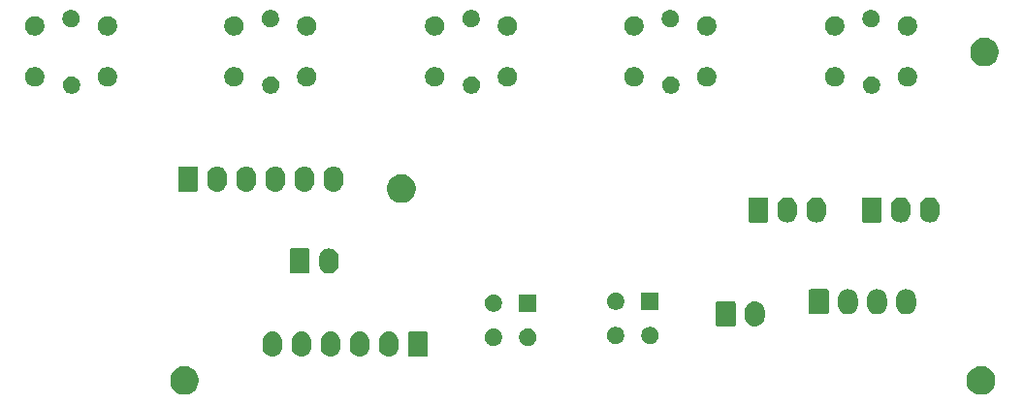
<source format=gbr>
G04 #@! TF.GenerationSoftware,KiCad,Pcbnew,(5.1.6)-1*
G04 #@! TF.CreationDate,2020-11-25T13:13:22+11:00*
G04 #@! TF.ProjectId,RWR_Control_Panel,5257525f-436f-46e7-9472-6f6c5f50616e,-*
G04 #@! TF.SameCoordinates,Original*
G04 #@! TF.FileFunction,Soldermask,Bot*
G04 #@! TF.FilePolarity,Negative*
%FSLAX46Y46*%
G04 Gerber Fmt 4.6, Leading zero omitted, Abs format (unit mm)*
G04 Created by KiCad (PCBNEW (5.1.6)-1) date 2020-11-25 13:13:22*
%MOMM*%
%LPD*%
G01*
G04 APERTURE LIST*
%ADD10C,0.100000*%
G04 APERTURE END LIST*
D10*
G36*
X122316610Y-118718036D02*
G01*
X122544095Y-118812264D01*
X122544097Y-118812265D01*
X122748828Y-118949062D01*
X122922938Y-119123172D01*
X123059736Y-119327905D01*
X123153964Y-119555390D01*
X123202000Y-119796884D01*
X123202000Y-120043116D01*
X123153964Y-120284610D01*
X123059736Y-120512095D01*
X123059735Y-120512097D01*
X122922938Y-120716828D01*
X122748828Y-120890938D01*
X122544097Y-121027735D01*
X122544096Y-121027736D01*
X122544095Y-121027736D01*
X122316610Y-121121964D01*
X122075116Y-121170000D01*
X121828884Y-121170000D01*
X121587390Y-121121964D01*
X121359905Y-121027736D01*
X121359904Y-121027736D01*
X121359903Y-121027735D01*
X121155172Y-120890938D01*
X120981062Y-120716828D01*
X120844265Y-120512097D01*
X120844264Y-120512095D01*
X120750036Y-120284610D01*
X120702000Y-120043116D01*
X120702000Y-119796884D01*
X120750036Y-119555390D01*
X120844264Y-119327905D01*
X120981062Y-119123172D01*
X121155172Y-118949062D01*
X121359903Y-118812265D01*
X121359905Y-118812264D01*
X121587390Y-118718036D01*
X121828884Y-118670000D01*
X122075116Y-118670000D01*
X122316610Y-118718036D01*
G37*
G36*
X191848610Y-118718036D02*
G01*
X192076095Y-118812264D01*
X192076097Y-118812265D01*
X192280828Y-118949062D01*
X192454938Y-119123172D01*
X192591736Y-119327905D01*
X192685964Y-119555390D01*
X192734000Y-119796884D01*
X192734000Y-120043116D01*
X192685964Y-120284610D01*
X192591736Y-120512095D01*
X192591735Y-120512097D01*
X192454938Y-120716828D01*
X192280828Y-120890938D01*
X192076097Y-121027735D01*
X192076096Y-121027736D01*
X192076095Y-121027736D01*
X191848610Y-121121964D01*
X191607116Y-121170000D01*
X191360884Y-121170000D01*
X191119390Y-121121964D01*
X190891905Y-121027736D01*
X190891904Y-121027736D01*
X190891903Y-121027735D01*
X190687172Y-120890938D01*
X190513062Y-120716828D01*
X190376265Y-120512097D01*
X190376264Y-120512095D01*
X190282036Y-120284610D01*
X190234000Y-120043116D01*
X190234000Y-119796884D01*
X190282036Y-119555390D01*
X190376264Y-119327905D01*
X190513062Y-119123172D01*
X190687172Y-118949062D01*
X190891903Y-118812265D01*
X190891905Y-118812264D01*
X191119390Y-118718036D01*
X191360884Y-118670000D01*
X191607116Y-118670000D01*
X191848610Y-118718036D01*
G37*
G36*
X129793548Y-115657588D02*
G01*
X129957548Y-115707337D01*
X130108683Y-115788121D01*
X130241160Y-115896840D01*
X130349879Y-116029317D01*
X130430663Y-116180452D01*
X130480412Y-116344453D01*
X130493000Y-116472263D01*
X130493000Y-117017738D01*
X130480412Y-117145548D01*
X130430663Y-117309548D01*
X130349879Y-117460683D01*
X130241160Y-117593160D01*
X130108683Y-117701879D01*
X129957547Y-117782663D01*
X129793547Y-117832412D01*
X129623000Y-117849209D01*
X129452452Y-117832412D01*
X129288452Y-117782663D01*
X129137317Y-117701879D01*
X129004840Y-117593160D01*
X128896121Y-117460683D01*
X128815337Y-117309547D01*
X128765588Y-117145547D01*
X128753000Y-117017737D01*
X128753000Y-116472262D01*
X128765588Y-116344452D01*
X128815336Y-116180454D01*
X128858518Y-116099668D01*
X128896122Y-116029316D01*
X128905870Y-116017437D01*
X129004841Y-115896840D01*
X129137318Y-115788121D01*
X129288453Y-115707337D01*
X129452453Y-115657588D01*
X129623000Y-115640791D01*
X129793548Y-115657588D01*
G37*
G36*
X132333548Y-115657588D02*
G01*
X132497548Y-115707337D01*
X132648683Y-115788121D01*
X132781160Y-115896840D01*
X132889879Y-116029317D01*
X132970663Y-116180452D01*
X133020412Y-116344453D01*
X133033000Y-116472263D01*
X133033000Y-117017738D01*
X133020412Y-117145548D01*
X132970663Y-117309548D01*
X132889879Y-117460683D01*
X132781160Y-117593160D01*
X132648683Y-117701879D01*
X132497547Y-117782663D01*
X132333547Y-117832412D01*
X132163000Y-117849209D01*
X131992452Y-117832412D01*
X131828452Y-117782663D01*
X131677317Y-117701879D01*
X131544840Y-117593160D01*
X131436121Y-117460683D01*
X131355337Y-117309547D01*
X131305588Y-117145547D01*
X131293000Y-117017737D01*
X131293000Y-116472262D01*
X131305588Y-116344452D01*
X131355336Y-116180454D01*
X131398518Y-116099668D01*
X131436122Y-116029316D01*
X131445870Y-116017437D01*
X131544841Y-115896840D01*
X131677318Y-115788121D01*
X131828453Y-115707337D01*
X131992453Y-115657588D01*
X132163000Y-115640791D01*
X132333548Y-115657588D01*
G37*
G36*
X137413548Y-115657588D02*
G01*
X137577548Y-115707337D01*
X137728683Y-115788121D01*
X137861160Y-115896840D01*
X137969879Y-116029317D01*
X138050663Y-116180452D01*
X138100412Y-116344453D01*
X138113000Y-116472263D01*
X138113000Y-117017738D01*
X138100412Y-117145548D01*
X138050663Y-117309548D01*
X137969879Y-117460683D01*
X137861160Y-117593160D01*
X137728683Y-117701879D01*
X137577547Y-117782663D01*
X137413547Y-117832412D01*
X137243000Y-117849209D01*
X137072452Y-117832412D01*
X136908452Y-117782663D01*
X136757317Y-117701879D01*
X136624840Y-117593160D01*
X136516121Y-117460683D01*
X136435337Y-117309547D01*
X136385588Y-117145547D01*
X136373000Y-117017737D01*
X136373000Y-116472262D01*
X136385588Y-116344452D01*
X136435336Y-116180454D01*
X136478518Y-116099668D01*
X136516122Y-116029316D01*
X136525870Y-116017437D01*
X136624841Y-115896840D01*
X136757318Y-115788121D01*
X136908453Y-115707337D01*
X137072453Y-115657588D01*
X137243000Y-115640791D01*
X137413548Y-115657588D01*
G37*
G36*
X139953548Y-115657588D02*
G01*
X140117548Y-115707337D01*
X140268683Y-115788121D01*
X140401160Y-115896840D01*
X140509879Y-116029317D01*
X140590663Y-116180452D01*
X140640412Y-116344453D01*
X140653000Y-116472263D01*
X140653000Y-117017738D01*
X140640412Y-117145548D01*
X140590663Y-117309548D01*
X140509879Y-117460683D01*
X140401160Y-117593160D01*
X140268683Y-117701879D01*
X140117547Y-117782663D01*
X139953547Y-117832412D01*
X139783000Y-117849209D01*
X139612452Y-117832412D01*
X139448452Y-117782663D01*
X139297317Y-117701879D01*
X139164840Y-117593160D01*
X139056121Y-117460683D01*
X138975337Y-117309547D01*
X138925588Y-117145547D01*
X138913000Y-117017737D01*
X138913000Y-116472262D01*
X138925588Y-116344452D01*
X138975336Y-116180454D01*
X139018518Y-116099668D01*
X139056122Y-116029316D01*
X139065870Y-116017437D01*
X139164841Y-115896840D01*
X139297318Y-115788121D01*
X139448453Y-115707337D01*
X139612453Y-115657588D01*
X139783000Y-115640791D01*
X139953548Y-115657588D01*
G37*
G36*
X134873548Y-115657588D02*
G01*
X135037548Y-115707337D01*
X135188683Y-115788121D01*
X135321160Y-115896840D01*
X135429879Y-116029317D01*
X135510663Y-116180452D01*
X135560412Y-116344453D01*
X135573000Y-116472263D01*
X135573000Y-117017738D01*
X135560412Y-117145548D01*
X135510663Y-117309548D01*
X135429879Y-117460683D01*
X135321160Y-117593160D01*
X135188683Y-117701879D01*
X135037547Y-117782663D01*
X134873547Y-117832412D01*
X134703000Y-117849209D01*
X134532452Y-117832412D01*
X134368452Y-117782663D01*
X134217317Y-117701879D01*
X134084840Y-117593160D01*
X133976121Y-117460683D01*
X133895337Y-117309547D01*
X133845588Y-117145547D01*
X133833000Y-117017737D01*
X133833000Y-116472262D01*
X133845588Y-116344452D01*
X133895336Y-116180454D01*
X133938518Y-116099668D01*
X133976122Y-116029316D01*
X133985870Y-116017437D01*
X134084841Y-115896840D01*
X134217318Y-115788121D01*
X134368453Y-115707337D01*
X134532453Y-115657588D01*
X134703000Y-115640791D01*
X134873548Y-115657588D01*
G37*
G36*
X143063355Y-115648685D02*
G01*
X143093434Y-115657809D01*
X143121146Y-115672622D01*
X143145441Y-115692559D01*
X143165378Y-115716854D01*
X143180191Y-115744566D01*
X143189315Y-115774645D01*
X143193000Y-115812059D01*
X143193000Y-117677941D01*
X143189315Y-117715355D01*
X143180191Y-117745434D01*
X143165378Y-117773146D01*
X143145441Y-117797441D01*
X143121146Y-117817378D01*
X143093434Y-117832191D01*
X143063355Y-117841315D01*
X143025941Y-117845000D01*
X141620059Y-117845000D01*
X141582645Y-117841315D01*
X141552566Y-117832191D01*
X141524854Y-117817378D01*
X141500559Y-117797441D01*
X141480622Y-117773146D01*
X141465809Y-117745434D01*
X141456685Y-117715355D01*
X141453000Y-117677941D01*
X141453000Y-115812059D01*
X141456685Y-115774645D01*
X141465809Y-115744566D01*
X141480622Y-115716854D01*
X141500559Y-115692559D01*
X141524854Y-115672622D01*
X141552566Y-115657809D01*
X141582645Y-115648685D01*
X141620059Y-115645000D01*
X143025941Y-115645000D01*
X143063355Y-115648685D01*
G37*
G36*
X149145684Y-115407205D02*
G01*
X149283997Y-115464496D01*
X149408470Y-115547666D01*
X149514334Y-115653530D01*
X149597504Y-115778003D01*
X149654795Y-115916316D01*
X149684001Y-116063144D01*
X149684001Y-116212854D01*
X149654795Y-116359682D01*
X149597504Y-116497995D01*
X149514334Y-116622468D01*
X149408470Y-116728332D01*
X149283997Y-116811502D01*
X149145684Y-116868793D01*
X148998856Y-116897999D01*
X148849146Y-116897999D01*
X148702318Y-116868793D01*
X148564005Y-116811502D01*
X148439532Y-116728332D01*
X148333668Y-116622468D01*
X148250498Y-116497995D01*
X148193207Y-116359682D01*
X148164001Y-116212854D01*
X148164001Y-116063144D01*
X148193207Y-115916316D01*
X148250498Y-115778003D01*
X148333668Y-115653530D01*
X148439532Y-115547666D01*
X148564005Y-115464496D01*
X148702318Y-115407205D01*
X148849146Y-115377999D01*
X148998856Y-115377999D01*
X149145684Y-115407205D01*
G37*
G36*
X152145683Y-115407205D02*
G01*
X152283996Y-115464496D01*
X152408469Y-115547666D01*
X152514333Y-115653530D01*
X152597503Y-115778003D01*
X152654794Y-115916316D01*
X152684000Y-116063144D01*
X152684000Y-116212854D01*
X152654794Y-116359682D01*
X152597503Y-116497995D01*
X152514333Y-116622468D01*
X152408469Y-116728332D01*
X152283996Y-116811502D01*
X152145683Y-116868793D01*
X151998855Y-116897999D01*
X151849145Y-116897999D01*
X151702317Y-116868793D01*
X151564004Y-116811502D01*
X151439531Y-116728332D01*
X151333667Y-116622468D01*
X151250497Y-116497995D01*
X151193206Y-116359682D01*
X151164000Y-116212854D01*
X151164000Y-116063144D01*
X151193206Y-115916316D01*
X151250497Y-115778003D01*
X151333667Y-115653530D01*
X151439531Y-115547666D01*
X151564004Y-115464496D01*
X151702317Y-115407205D01*
X151849145Y-115377999D01*
X151998855Y-115377999D01*
X152145683Y-115407205D01*
G37*
G36*
X159813684Y-115255205D02*
G01*
X159951997Y-115312496D01*
X160076470Y-115395666D01*
X160182334Y-115501530D01*
X160265504Y-115626003D01*
X160322795Y-115764316D01*
X160352001Y-115911144D01*
X160352001Y-116060854D01*
X160322795Y-116207682D01*
X160265504Y-116345995D01*
X160182334Y-116470468D01*
X160076470Y-116576332D01*
X159951997Y-116659502D01*
X159813684Y-116716793D01*
X159666856Y-116745999D01*
X159517146Y-116745999D01*
X159370318Y-116716793D01*
X159232005Y-116659502D01*
X159107532Y-116576332D01*
X159001668Y-116470468D01*
X158918498Y-116345995D01*
X158861207Y-116207682D01*
X158832001Y-116060854D01*
X158832001Y-115911144D01*
X158861207Y-115764316D01*
X158918498Y-115626003D01*
X159001668Y-115501530D01*
X159107532Y-115395666D01*
X159232005Y-115312496D01*
X159370318Y-115255205D01*
X159517146Y-115225999D01*
X159666856Y-115225999D01*
X159813684Y-115255205D01*
G37*
G36*
X162813683Y-115255205D02*
G01*
X162951996Y-115312496D01*
X163076469Y-115395666D01*
X163182333Y-115501530D01*
X163265503Y-115626003D01*
X163322794Y-115764316D01*
X163352000Y-115911144D01*
X163352000Y-116060854D01*
X163322794Y-116207682D01*
X163265503Y-116345995D01*
X163182333Y-116470468D01*
X163076469Y-116576332D01*
X162951996Y-116659502D01*
X162813683Y-116716793D01*
X162666855Y-116745999D01*
X162517145Y-116745999D01*
X162370317Y-116716793D01*
X162232004Y-116659502D01*
X162107531Y-116576332D01*
X162001667Y-116470468D01*
X161918497Y-116345995D01*
X161861206Y-116207682D01*
X161832000Y-116060854D01*
X161832000Y-115911144D01*
X161861206Y-115764316D01*
X161918497Y-115626003D01*
X162001667Y-115501530D01*
X162107531Y-115395666D01*
X162232004Y-115312496D01*
X162370317Y-115255205D01*
X162517145Y-115225999D01*
X162666855Y-115225999D01*
X162813683Y-115255205D01*
G37*
G36*
X171906547Y-113015588D02*
G01*
X172070547Y-113065337D01*
X172221683Y-113146121D01*
X172354160Y-113254840D01*
X172462879Y-113387317D01*
X172543663Y-113538452D01*
X172593412Y-113702452D01*
X172606000Y-113830262D01*
X172606000Y-114375737D01*
X172593412Y-114503547D01*
X172543663Y-114667548D01*
X172462879Y-114818683D01*
X172354160Y-114951160D01*
X172221683Y-115059879D01*
X172070548Y-115140663D01*
X171906548Y-115190412D01*
X171736000Y-115207209D01*
X171565453Y-115190412D01*
X171401453Y-115140663D01*
X171250318Y-115059879D01*
X171117841Y-114951160D01*
X171009123Y-114818685D01*
X171009122Y-114818683D01*
X170971518Y-114748332D01*
X170928336Y-114667546D01*
X170878588Y-114503548D01*
X170866000Y-114375738D01*
X170866000Y-113830263D01*
X170878588Y-113702453D01*
X170928337Y-113538453D01*
X171009121Y-113387317D01*
X171117840Y-113254840D01*
X171250317Y-113146121D01*
X171401452Y-113065337D01*
X171565452Y-113015588D01*
X171736000Y-112998791D01*
X171906547Y-113015588D01*
G37*
G36*
X169936355Y-113006685D02*
G01*
X169966434Y-113015809D01*
X169994146Y-113030622D01*
X170018441Y-113050559D01*
X170038378Y-113074854D01*
X170053191Y-113102566D01*
X170062315Y-113132645D01*
X170066000Y-113170059D01*
X170066000Y-115035941D01*
X170062315Y-115073355D01*
X170053191Y-115103434D01*
X170038378Y-115131146D01*
X170018441Y-115155441D01*
X169994146Y-115175378D01*
X169966434Y-115190191D01*
X169936355Y-115199315D01*
X169898941Y-115203000D01*
X168493059Y-115203000D01*
X168455645Y-115199315D01*
X168425566Y-115190191D01*
X168397854Y-115175378D01*
X168373559Y-115155441D01*
X168353622Y-115131146D01*
X168338809Y-115103434D01*
X168329685Y-115073355D01*
X168326000Y-115035941D01*
X168326000Y-113170059D01*
X168329685Y-113132645D01*
X168338809Y-113102566D01*
X168353622Y-113074854D01*
X168373559Y-113050559D01*
X168397854Y-113030622D01*
X168425566Y-113015809D01*
X168455645Y-113006685D01*
X168493059Y-113003000D01*
X169898941Y-113003000D01*
X169936355Y-113006685D01*
G37*
G36*
X185114547Y-111948588D02*
G01*
X185278547Y-111998337D01*
X185429683Y-112079121D01*
X185562160Y-112187840D01*
X185670879Y-112320317D01*
X185751663Y-112471452D01*
X185801412Y-112635452D01*
X185814000Y-112763262D01*
X185814000Y-113308737D01*
X185801412Y-113436547D01*
X185751663Y-113600548D01*
X185670879Y-113751683D01*
X185562160Y-113884160D01*
X185429683Y-113992879D01*
X185278548Y-114073663D01*
X185114548Y-114123412D01*
X184944000Y-114140209D01*
X184773453Y-114123412D01*
X184609453Y-114073663D01*
X184458318Y-113992879D01*
X184325841Y-113884160D01*
X184217123Y-113751685D01*
X184217122Y-113751683D01*
X184148056Y-113622472D01*
X184136336Y-113600546D01*
X184086588Y-113436548D01*
X184074000Y-113308738D01*
X184074000Y-112763263D01*
X184086588Y-112635453D01*
X184136337Y-112471453D01*
X184217121Y-112320317D01*
X184325840Y-112187840D01*
X184458317Y-112079121D01*
X184609452Y-111998337D01*
X184773452Y-111948588D01*
X184944000Y-111931791D01*
X185114547Y-111948588D01*
G37*
G36*
X182574547Y-111948588D02*
G01*
X182738547Y-111998337D01*
X182889683Y-112079121D01*
X183022160Y-112187840D01*
X183130879Y-112320317D01*
X183211663Y-112471452D01*
X183261412Y-112635452D01*
X183274000Y-112763262D01*
X183274000Y-113308737D01*
X183261412Y-113436547D01*
X183211663Y-113600548D01*
X183130879Y-113751683D01*
X183022160Y-113884160D01*
X182889683Y-113992879D01*
X182738548Y-114073663D01*
X182574548Y-114123412D01*
X182404000Y-114140209D01*
X182233453Y-114123412D01*
X182069453Y-114073663D01*
X181918318Y-113992879D01*
X181785841Y-113884160D01*
X181677123Y-113751685D01*
X181677122Y-113751683D01*
X181608056Y-113622472D01*
X181596336Y-113600546D01*
X181546588Y-113436548D01*
X181534000Y-113308738D01*
X181534000Y-112763263D01*
X181546588Y-112635453D01*
X181596337Y-112471453D01*
X181677121Y-112320317D01*
X181785840Y-112187840D01*
X181918317Y-112079121D01*
X182069452Y-111998337D01*
X182233452Y-111948588D01*
X182404000Y-111931791D01*
X182574547Y-111948588D01*
G37*
G36*
X180034547Y-111948588D02*
G01*
X180198547Y-111998337D01*
X180349683Y-112079121D01*
X180482160Y-112187840D01*
X180590879Y-112320317D01*
X180671663Y-112471452D01*
X180721412Y-112635452D01*
X180734000Y-112763262D01*
X180734000Y-113308737D01*
X180721412Y-113436547D01*
X180671663Y-113600548D01*
X180590879Y-113751683D01*
X180482160Y-113884160D01*
X180349683Y-113992879D01*
X180198548Y-114073663D01*
X180034548Y-114123412D01*
X179864000Y-114140209D01*
X179693453Y-114123412D01*
X179529453Y-114073663D01*
X179378318Y-113992879D01*
X179245841Y-113884160D01*
X179137123Y-113751685D01*
X179137122Y-113751683D01*
X179068056Y-113622472D01*
X179056336Y-113600546D01*
X179006588Y-113436548D01*
X178994000Y-113308738D01*
X178994000Y-112763263D01*
X179006588Y-112635453D01*
X179056337Y-112471453D01*
X179137121Y-112320317D01*
X179245840Y-112187840D01*
X179378317Y-112079121D01*
X179529452Y-111998337D01*
X179693452Y-111948588D01*
X179864000Y-111931791D01*
X180034547Y-111948588D01*
G37*
G36*
X178064355Y-111939685D02*
G01*
X178094434Y-111948809D01*
X178122146Y-111963622D01*
X178146441Y-111983559D01*
X178166378Y-112007854D01*
X178181191Y-112035566D01*
X178190315Y-112065645D01*
X178194000Y-112103059D01*
X178194000Y-113968941D01*
X178190315Y-114006355D01*
X178181191Y-114036434D01*
X178166378Y-114064146D01*
X178146441Y-114088441D01*
X178122146Y-114108378D01*
X178094434Y-114123191D01*
X178064355Y-114132315D01*
X178026941Y-114136000D01*
X176621059Y-114136000D01*
X176583645Y-114132315D01*
X176553566Y-114123191D01*
X176525854Y-114108378D01*
X176501559Y-114088441D01*
X176481622Y-114064146D01*
X176466809Y-114036434D01*
X176457685Y-114006355D01*
X176454000Y-113968941D01*
X176454000Y-112103059D01*
X176457685Y-112065645D01*
X176466809Y-112035566D01*
X176481622Y-112007854D01*
X176501559Y-111983559D01*
X176525854Y-111963622D01*
X176553566Y-111948809D01*
X176583645Y-111939685D01*
X176621059Y-111936000D01*
X178026941Y-111936000D01*
X178064355Y-111939685D01*
G37*
G36*
X152684000Y-113898000D02*
G01*
X151164000Y-113898000D01*
X151164000Y-112378000D01*
X152684000Y-112378000D01*
X152684000Y-113898000D01*
G37*
G36*
X149145684Y-112407206D02*
G01*
X149283997Y-112464497D01*
X149408470Y-112547667D01*
X149514334Y-112653531D01*
X149597504Y-112778004D01*
X149654795Y-112916317D01*
X149684001Y-113063145D01*
X149684001Y-113212855D01*
X149654795Y-113359683D01*
X149597504Y-113497996D01*
X149514334Y-113622469D01*
X149408470Y-113728333D01*
X149283997Y-113811503D01*
X149145684Y-113868794D01*
X148998856Y-113898000D01*
X148849146Y-113898000D01*
X148702318Y-113868794D01*
X148564005Y-113811503D01*
X148439532Y-113728333D01*
X148333668Y-113622469D01*
X148250498Y-113497996D01*
X148193207Y-113359683D01*
X148164001Y-113212855D01*
X148164001Y-113063145D01*
X148193207Y-112916317D01*
X148250498Y-112778004D01*
X148333668Y-112653531D01*
X148439532Y-112547667D01*
X148564005Y-112464497D01*
X148702318Y-112407206D01*
X148849146Y-112378000D01*
X148998856Y-112378000D01*
X149145684Y-112407206D01*
G37*
G36*
X159813684Y-112255206D02*
G01*
X159951997Y-112312497D01*
X160076470Y-112395667D01*
X160182334Y-112501531D01*
X160265504Y-112626004D01*
X160322795Y-112764317D01*
X160352001Y-112911145D01*
X160352001Y-113060855D01*
X160322795Y-113207683D01*
X160265504Y-113345996D01*
X160182334Y-113470469D01*
X160076470Y-113576333D01*
X159951997Y-113659503D01*
X159813684Y-113716794D01*
X159666856Y-113746000D01*
X159517146Y-113746000D01*
X159370318Y-113716794D01*
X159232005Y-113659503D01*
X159107532Y-113576333D01*
X159001668Y-113470469D01*
X158918498Y-113345996D01*
X158861207Y-113207683D01*
X158832001Y-113060855D01*
X158832001Y-112911145D01*
X158861207Y-112764317D01*
X158918498Y-112626004D01*
X159001668Y-112501531D01*
X159107532Y-112395667D01*
X159232005Y-112312497D01*
X159370318Y-112255206D01*
X159517146Y-112226000D01*
X159666856Y-112226000D01*
X159813684Y-112255206D01*
G37*
G36*
X163352000Y-113746000D02*
G01*
X161832000Y-113746000D01*
X161832000Y-112226000D01*
X163352000Y-112226000D01*
X163352000Y-113746000D01*
G37*
G36*
X134720547Y-108392588D02*
G01*
X134884547Y-108442337D01*
X135035683Y-108523121D01*
X135168160Y-108631840D01*
X135276879Y-108764317D01*
X135357663Y-108915452D01*
X135407412Y-109079452D01*
X135420000Y-109207262D01*
X135420000Y-109752737D01*
X135407412Y-109880547D01*
X135357663Y-110044548D01*
X135276879Y-110195683D01*
X135168160Y-110328160D01*
X135035683Y-110436879D01*
X134884548Y-110517663D01*
X134720548Y-110567412D01*
X134550000Y-110584209D01*
X134379453Y-110567412D01*
X134215453Y-110517663D01*
X134064318Y-110436879D01*
X133931841Y-110328160D01*
X133823123Y-110195685D01*
X133823122Y-110195683D01*
X133785518Y-110125332D01*
X133742336Y-110044546D01*
X133692588Y-109880548D01*
X133680000Y-109752738D01*
X133680000Y-109207263D01*
X133692588Y-109079453D01*
X133742337Y-108915453D01*
X133823121Y-108764317D01*
X133931840Y-108631840D01*
X134064317Y-108523121D01*
X134215452Y-108442337D01*
X134379452Y-108392588D01*
X134550000Y-108375791D01*
X134720547Y-108392588D01*
G37*
G36*
X132750355Y-108383685D02*
G01*
X132780434Y-108392809D01*
X132808146Y-108407622D01*
X132832441Y-108427559D01*
X132852378Y-108451854D01*
X132867191Y-108479566D01*
X132876315Y-108509645D01*
X132880000Y-108547059D01*
X132880000Y-110412941D01*
X132876315Y-110450355D01*
X132867191Y-110480434D01*
X132852378Y-110508146D01*
X132832441Y-110532441D01*
X132808146Y-110552378D01*
X132780434Y-110567191D01*
X132750355Y-110576315D01*
X132712941Y-110580000D01*
X131307059Y-110580000D01*
X131269645Y-110576315D01*
X131239566Y-110567191D01*
X131211854Y-110552378D01*
X131187559Y-110532441D01*
X131167622Y-110508146D01*
X131152809Y-110480434D01*
X131143685Y-110450355D01*
X131140000Y-110412941D01*
X131140000Y-108547059D01*
X131143685Y-108509645D01*
X131152809Y-108479566D01*
X131167622Y-108451854D01*
X131187559Y-108427559D01*
X131211854Y-108407622D01*
X131239566Y-108392809D01*
X131269645Y-108383685D01*
X131307059Y-108380000D01*
X132712941Y-108380000D01*
X132750355Y-108383685D01*
G37*
G36*
X174751547Y-103922588D02*
G01*
X174915547Y-103972337D01*
X175066683Y-104053121D01*
X175199160Y-104161840D01*
X175307879Y-104294317D01*
X175388663Y-104445452D01*
X175438412Y-104609452D01*
X175451000Y-104737262D01*
X175451000Y-105282737D01*
X175438412Y-105410547D01*
X175388663Y-105574548D01*
X175307879Y-105725683D01*
X175199160Y-105858160D01*
X175066683Y-105966879D01*
X174915548Y-106047663D01*
X174751548Y-106097412D01*
X174581000Y-106114209D01*
X174410453Y-106097412D01*
X174246453Y-106047663D01*
X174095318Y-105966879D01*
X173962841Y-105858160D01*
X173854123Y-105725685D01*
X173854122Y-105725683D01*
X173816518Y-105655332D01*
X173773336Y-105574546D01*
X173723588Y-105410548D01*
X173711000Y-105282738D01*
X173711000Y-104737263D01*
X173723588Y-104609453D01*
X173773337Y-104445453D01*
X173854121Y-104294317D01*
X173962840Y-104161840D01*
X174095317Y-104053121D01*
X174246452Y-103972337D01*
X174410452Y-103922588D01*
X174581000Y-103905791D01*
X174751547Y-103922588D01*
G37*
G36*
X177291547Y-103922588D02*
G01*
X177455547Y-103972337D01*
X177606683Y-104053121D01*
X177739160Y-104161840D01*
X177847879Y-104294317D01*
X177928663Y-104445452D01*
X177978412Y-104609452D01*
X177991000Y-104737262D01*
X177991000Y-105282737D01*
X177978412Y-105410547D01*
X177928663Y-105574548D01*
X177847879Y-105725683D01*
X177739160Y-105858160D01*
X177606683Y-105966879D01*
X177455548Y-106047663D01*
X177291548Y-106097412D01*
X177121000Y-106114209D01*
X176950453Y-106097412D01*
X176786453Y-106047663D01*
X176635318Y-105966879D01*
X176502841Y-105858160D01*
X176394123Y-105725685D01*
X176394122Y-105725683D01*
X176356518Y-105655332D01*
X176313336Y-105574546D01*
X176263588Y-105410548D01*
X176251000Y-105282738D01*
X176251000Y-104737263D01*
X176263588Y-104609453D01*
X176313337Y-104445453D01*
X176394121Y-104294317D01*
X176502840Y-104161840D01*
X176635317Y-104053121D01*
X176786452Y-103972337D01*
X176950452Y-103922588D01*
X177121000Y-103905791D01*
X177291547Y-103922588D01*
G37*
G36*
X184657547Y-103922588D02*
G01*
X184821547Y-103972337D01*
X184972683Y-104053121D01*
X185105160Y-104161840D01*
X185213879Y-104294317D01*
X185294663Y-104445452D01*
X185344412Y-104609452D01*
X185357000Y-104737262D01*
X185357000Y-105282737D01*
X185344412Y-105410547D01*
X185294663Y-105574548D01*
X185213879Y-105725683D01*
X185105160Y-105858160D01*
X184972683Y-105966879D01*
X184821548Y-106047663D01*
X184657548Y-106097412D01*
X184487000Y-106114209D01*
X184316453Y-106097412D01*
X184152453Y-106047663D01*
X184001318Y-105966879D01*
X183868841Y-105858160D01*
X183760123Y-105725685D01*
X183760122Y-105725683D01*
X183722518Y-105655332D01*
X183679336Y-105574546D01*
X183629588Y-105410548D01*
X183617000Y-105282738D01*
X183617000Y-104737263D01*
X183629588Y-104609453D01*
X183679337Y-104445453D01*
X183760121Y-104294317D01*
X183868840Y-104161840D01*
X184001317Y-104053121D01*
X184152452Y-103972337D01*
X184316452Y-103922588D01*
X184487000Y-103905791D01*
X184657547Y-103922588D01*
G37*
G36*
X187197547Y-103922588D02*
G01*
X187361547Y-103972337D01*
X187512683Y-104053121D01*
X187645160Y-104161840D01*
X187753879Y-104294317D01*
X187834663Y-104445452D01*
X187884412Y-104609452D01*
X187897000Y-104737262D01*
X187897000Y-105282737D01*
X187884412Y-105410547D01*
X187834663Y-105574548D01*
X187753879Y-105725683D01*
X187645160Y-105858160D01*
X187512683Y-105966879D01*
X187361548Y-106047663D01*
X187197548Y-106097412D01*
X187027000Y-106114209D01*
X186856453Y-106097412D01*
X186692453Y-106047663D01*
X186541318Y-105966879D01*
X186408841Y-105858160D01*
X186300123Y-105725685D01*
X186300122Y-105725683D01*
X186262518Y-105655332D01*
X186219336Y-105574546D01*
X186169588Y-105410548D01*
X186157000Y-105282738D01*
X186157000Y-104737263D01*
X186169588Y-104609453D01*
X186219337Y-104445453D01*
X186300121Y-104294317D01*
X186408840Y-104161840D01*
X186541317Y-104053121D01*
X186692452Y-103972337D01*
X186856452Y-103922588D01*
X187027000Y-103905791D01*
X187197547Y-103922588D01*
G37*
G36*
X172781355Y-103913685D02*
G01*
X172811434Y-103922809D01*
X172839146Y-103937622D01*
X172863441Y-103957559D01*
X172883378Y-103981854D01*
X172898191Y-104009566D01*
X172907315Y-104039645D01*
X172911000Y-104077059D01*
X172911000Y-105942941D01*
X172907315Y-105980355D01*
X172898191Y-106010434D01*
X172883378Y-106038146D01*
X172863441Y-106062441D01*
X172839146Y-106082378D01*
X172811434Y-106097191D01*
X172781355Y-106106315D01*
X172743941Y-106110000D01*
X171338059Y-106110000D01*
X171300645Y-106106315D01*
X171270566Y-106097191D01*
X171242854Y-106082378D01*
X171218559Y-106062441D01*
X171198622Y-106038146D01*
X171183809Y-106010434D01*
X171174685Y-105980355D01*
X171171000Y-105942941D01*
X171171000Y-104077059D01*
X171174685Y-104039645D01*
X171183809Y-104009566D01*
X171198622Y-103981854D01*
X171218559Y-103957559D01*
X171242854Y-103937622D01*
X171270566Y-103922809D01*
X171300645Y-103913685D01*
X171338059Y-103910000D01*
X172743941Y-103910000D01*
X172781355Y-103913685D01*
G37*
G36*
X182687355Y-103913685D02*
G01*
X182717434Y-103922809D01*
X182745146Y-103937622D01*
X182769441Y-103957559D01*
X182789378Y-103981854D01*
X182804191Y-104009566D01*
X182813315Y-104039645D01*
X182817000Y-104077059D01*
X182817000Y-105942941D01*
X182813315Y-105980355D01*
X182804191Y-106010434D01*
X182789378Y-106038146D01*
X182769441Y-106062441D01*
X182745146Y-106082378D01*
X182717434Y-106097191D01*
X182687355Y-106106315D01*
X182649941Y-106110000D01*
X181244059Y-106110000D01*
X181206645Y-106106315D01*
X181176566Y-106097191D01*
X181148854Y-106082378D01*
X181124559Y-106062441D01*
X181104622Y-106038146D01*
X181089809Y-106010434D01*
X181080685Y-105980355D01*
X181077000Y-105942941D01*
X181077000Y-104077059D01*
X181080685Y-104039645D01*
X181089809Y-104009566D01*
X181104622Y-103981854D01*
X181124559Y-103957559D01*
X181148854Y-103937622D01*
X181176566Y-103922809D01*
X181206645Y-103913685D01*
X181244059Y-103910000D01*
X182649941Y-103910000D01*
X182687355Y-103913685D01*
G37*
G36*
X141239610Y-101954036D02*
G01*
X141467095Y-102048264D01*
X141467097Y-102048265D01*
X141671828Y-102185062D01*
X141845938Y-102359172D01*
X141982736Y-102563905D01*
X142076964Y-102791390D01*
X142125000Y-103032884D01*
X142125000Y-103279116D01*
X142076964Y-103520610D01*
X141982736Y-103748095D01*
X141982735Y-103748097D01*
X141845938Y-103952828D01*
X141671828Y-104126938D01*
X141467097Y-104263735D01*
X141467096Y-104263736D01*
X141467095Y-104263736D01*
X141239610Y-104357964D01*
X140998116Y-104406000D01*
X140751884Y-104406000D01*
X140510390Y-104357964D01*
X140282905Y-104263736D01*
X140282904Y-104263736D01*
X140282903Y-104263735D01*
X140078172Y-104126938D01*
X139904062Y-103952828D01*
X139767265Y-103748097D01*
X139767264Y-103748095D01*
X139673036Y-103520610D01*
X139625000Y-103279116D01*
X139625000Y-103032884D01*
X139673036Y-102791390D01*
X139767264Y-102563905D01*
X139904062Y-102359172D01*
X140078172Y-102185062D01*
X140282903Y-102048265D01*
X140282905Y-102048264D01*
X140510390Y-101954036D01*
X140751884Y-101906000D01*
X140998116Y-101906000D01*
X141239610Y-101954036D01*
G37*
G36*
X124967547Y-101230588D02*
G01*
X125131547Y-101280337D01*
X125282683Y-101361121D01*
X125415160Y-101469840D01*
X125523879Y-101602317D01*
X125604663Y-101753452D01*
X125654412Y-101917452D01*
X125667000Y-102045262D01*
X125667000Y-102590737D01*
X125654412Y-102718547D01*
X125604663Y-102882548D01*
X125523879Y-103033683D01*
X125415160Y-103166160D01*
X125282683Y-103274879D01*
X125131548Y-103355663D01*
X124967548Y-103405412D01*
X124797000Y-103422209D01*
X124626453Y-103405412D01*
X124462453Y-103355663D01*
X124311318Y-103274879D01*
X124178841Y-103166160D01*
X124070123Y-103033685D01*
X124070122Y-103033683D01*
X124032518Y-102963332D01*
X123989336Y-102882546D01*
X123939588Y-102718548D01*
X123927000Y-102590738D01*
X123927000Y-102045263D01*
X123939588Y-101917453D01*
X123989337Y-101753453D01*
X124070121Y-101602317D01*
X124178840Y-101469840D01*
X124311317Y-101361121D01*
X124462452Y-101280337D01*
X124626452Y-101230588D01*
X124797000Y-101213791D01*
X124967547Y-101230588D01*
G37*
G36*
X127507547Y-101230588D02*
G01*
X127671547Y-101280337D01*
X127822683Y-101361121D01*
X127955160Y-101469840D01*
X128063879Y-101602317D01*
X128144663Y-101753452D01*
X128194412Y-101917452D01*
X128207000Y-102045262D01*
X128207000Y-102590737D01*
X128194412Y-102718547D01*
X128144663Y-102882548D01*
X128063879Y-103033683D01*
X127955160Y-103166160D01*
X127822683Y-103274879D01*
X127671548Y-103355663D01*
X127507548Y-103405412D01*
X127337000Y-103422209D01*
X127166453Y-103405412D01*
X127002453Y-103355663D01*
X126851318Y-103274879D01*
X126718841Y-103166160D01*
X126610123Y-103033685D01*
X126610122Y-103033683D01*
X126572518Y-102963332D01*
X126529336Y-102882546D01*
X126479588Y-102718548D01*
X126467000Y-102590738D01*
X126467000Y-102045263D01*
X126479588Y-101917453D01*
X126529337Y-101753453D01*
X126610121Y-101602317D01*
X126718840Y-101469840D01*
X126851317Y-101361121D01*
X127002452Y-101280337D01*
X127166452Y-101230588D01*
X127337000Y-101213791D01*
X127507547Y-101230588D01*
G37*
G36*
X135127547Y-101230588D02*
G01*
X135291547Y-101280337D01*
X135442683Y-101361121D01*
X135575160Y-101469840D01*
X135683879Y-101602317D01*
X135764663Y-101753452D01*
X135814412Y-101917452D01*
X135827000Y-102045262D01*
X135827000Y-102590737D01*
X135814412Y-102718547D01*
X135764663Y-102882548D01*
X135683879Y-103033683D01*
X135575160Y-103166160D01*
X135442683Y-103274879D01*
X135291548Y-103355663D01*
X135127548Y-103405412D01*
X134957000Y-103422209D01*
X134786453Y-103405412D01*
X134622453Y-103355663D01*
X134471318Y-103274879D01*
X134338841Y-103166160D01*
X134230123Y-103033685D01*
X134230122Y-103033683D01*
X134192518Y-102963332D01*
X134149336Y-102882546D01*
X134099588Y-102718548D01*
X134087000Y-102590738D01*
X134087000Y-102045263D01*
X134099588Y-101917453D01*
X134149337Y-101753453D01*
X134230121Y-101602317D01*
X134338840Y-101469840D01*
X134471317Y-101361121D01*
X134622452Y-101280337D01*
X134786452Y-101230588D01*
X134957000Y-101213791D01*
X135127547Y-101230588D01*
G37*
G36*
X130047547Y-101230588D02*
G01*
X130211547Y-101280337D01*
X130362683Y-101361121D01*
X130495160Y-101469840D01*
X130603879Y-101602317D01*
X130684663Y-101753452D01*
X130734412Y-101917452D01*
X130747000Y-102045262D01*
X130747000Y-102590737D01*
X130734412Y-102718547D01*
X130684663Y-102882548D01*
X130603879Y-103033683D01*
X130495160Y-103166160D01*
X130362683Y-103274879D01*
X130211548Y-103355663D01*
X130047548Y-103405412D01*
X129877000Y-103422209D01*
X129706453Y-103405412D01*
X129542453Y-103355663D01*
X129391318Y-103274879D01*
X129258841Y-103166160D01*
X129150123Y-103033685D01*
X129150122Y-103033683D01*
X129112518Y-102963332D01*
X129069336Y-102882546D01*
X129019588Y-102718548D01*
X129007000Y-102590738D01*
X129007000Y-102045263D01*
X129019588Y-101917453D01*
X129069337Y-101753453D01*
X129150121Y-101602317D01*
X129258840Y-101469840D01*
X129391317Y-101361121D01*
X129542452Y-101280337D01*
X129706452Y-101230588D01*
X129877000Y-101213791D01*
X130047547Y-101230588D01*
G37*
G36*
X132587547Y-101230588D02*
G01*
X132751547Y-101280337D01*
X132902683Y-101361121D01*
X133035160Y-101469840D01*
X133143879Y-101602317D01*
X133224663Y-101753452D01*
X133274412Y-101917452D01*
X133287000Y-102045262D01*
X133287000Y-102590737D01*
X133274412Y-102718547D01*
X133224663Y-102882548D01*
X133143879Y-103033683D01*
X133035160Y-103166160D01*
X132902683Y-103274879D01*
X132751548Y-103355663D01*
X132587548Y-103405412D01*
X132417000Y-103422209D01*
X132246453Y-103405412D01*
X132082453Y-103355663D01*
X131931318Y-103274879D01*
X131798841Y-103166160D01*
X131690123Y-103033685D01*
X131690122Y-103033683D01*
X131652518Y-102963332D01*
X131609336Y-102882546D01*
X131559588Y-102718548D01*
X131547000Y-102590738D01*
X131547000Y-102045263D01*
X131559588Y-101917453D01*
X131609337Y-101753453D01*
X131690121Y-101602317D01*
X131798840Y-101469840D01*
X131931317Y-101361121D01*
X132082452Y-101280337D01*
X132246452Y-101230588D01*
X132417000Y-101213791D01*
X132587547Y-101230588D01*
G37*
G36*
X122997355Y-101221685D02*
G01*
X123027434Y-101230809D01*
X123055146Y-101245622D01*
X123079441Y-101265559D01*
X123099378Y-101289854D01*
X123114191Y-101317566D01*
X123123315Y-101347645D01*
X123127000Y-101385059D01*
X123127000Y-103250941D01*
X123123315Y-103288355D01*
X123114191Y-103318434D01*
X123099378Y-103346146D01*
X123079441Y-103370441D01*
X123055146Y-103390378D01*
X123027434Y-103405191D01*
X122997355Y-103414315D01*
X122959941Y-103418000D01*
X121554059Y-103418000D01*
X121516645Y-103414315D01*
X121486566Y-103405191D01*
X121458854Y-103390378D01*
X121434559Y-103370441D01*
X121414622Y-103346146D01*
X121399809Y-103318434D01*
X121390685Y-103288355D01*
X121387000Y-103250941D01*
X121387000Y-101385059D01*
X121390685Y-101347645D01*
X121399809Y-101317566D01*
X121414622Y-101289854D01*
X121434559Y-101265559D01*
X121458854Y-101245622D01*
X121486566Y-101230809D01*
X121516645Y-101221685D01*
X121554059Y-101218000D01*
X122959941Y-101218000D01*
X122997355Y-101221685D01*
G37*
G36*
X129658195Y-93345322D02*
G01*
X129707267Y-93355083D01*
X129845942Y-93412524D01*
X129970747Y-93495916D01*
X130076884Y-93602053D01*
X130160276Y-93726858D01*
X130217717Y-93865533D01*
X130247000Y-94012750D01*
X130247000Y-94162850D01*
X130217717Y-94310067D01*
X130160276Y-94448742D01*
X130076884Y-94573547D01*
X129970747Y-94679684D01*
X129845942Y-94763076D01*
X129707267Y-94820517D01*
X129658195Y-94830278D01*
X129560052Y-94849800D01*
X129409948Y-94849800D01*
X129311805Y-94830278D01*
X129262733Y-94820517D01*
X129124058Y-94763076D01*
X128999253Y-94679684D01*
X128893116Y-94573547D01*
X128809724Y-94448742D01*
X128752283Y-94310067D01*
X128723000Y-94162850D01*
X128723000Y-94012750D01*
X128752283Y-93865533D01*
X128809724Y-93726858D01*
X128893116Y-93602053D01*
X128999253Y-93495916D01*
X129124058Y-93412524D01*
X129262733Y-93355083D01*
X129311805Y-93345322D01*
X129409948Y-93325800D01*
X129560052Y-93325800D01*
X129658195Y-93345322D01*
G37*
G36*
X147184195Y-93345322D02*
G01*
X147233267Y-93355083D01*
X147371942Y-93412524D01*
X147496747Y-93495916D01*
X147602884Y-93602053D01*
X147686276Y-93726858D01*
X147743717Y-93865533D01*
X147773000Y-94012750D01*
X147773000Y-94162850D01*
X147743717Y-94310067D01*
X147686276Y-94448742D01*
X147602884Y-94573547D01*
X147496747Y-94679684D01*
X147371942Y-94763076D01*
X147233267Y-94820517D01*
X147184195Y-94830278D01*
X147086052Y-94849800D01*
X146935948Y-94849800D01*
X146837805Y-94830278D01*
X146788733Y-94820517D01*
X146650058Y-94763076D01*
X146525253Y-94679684D01*
X146419116Y-94573547D01*
X146335724Y-94448742D01*
X146278283Y-94310067D01*
X146249000Y-94162850D01*
X146249000Y-94012750D01*
X146278283Y-93865533D01*
X146335724Y-93726858D01*
X146419116Y-93602053D01*
X146525253Y-93495916D01*
X146650058Y-93412524D01*
X146788733Y-93355083D01*
X146837805Y-93345322D01*
X146935948Y-93325800D01*
X147086052Y-93325800D01*
X147184195Y-93345322D01*
G37*
G36*
X112259195Y-93345322D02*
G01*
X112308267Y-93355083D01*
X112446942Y-93412524D01*
X112571747Y-93495916D01*
X112677884Y-93602053D01*
X112761276Y-93726858D01*
X112818717Y-93865533D01*
X112848000Y-94012750D01*
X112848000Y-94162850D01*
X112818717Y-94310067D01*
X112761276Y-94448742D01*
X112677884Y-94573547D01*
X112571747Y-94679684D01*
X112446942Y-94763076D01*
X112308267Y-94820517D01*
X112259195Y-94830278D01*
X112161052Y-94849800D01*
X112010948Y-94849800D01*
X111912805Y-94830278D01*
X111863733Y-94820517D01*
X111725058Y-94763076D01*
X111600253Y-94679684D01*
X111494116Y-94573547D01*
X111410724Y-94448742D01*
X111353283Y-94310067D01*
X111324000Y-94162850D01*
X111324000Y-94012750D01*
X111353283Y-93865533D01*
X111410724Y-93726858D01*
X111494116Y-93602053D01*
X111600253Y-93495916D01*
X111725058Y-93412524D01*
X111863733Y-93355083D01*
X111912805Y-93345322D01*
X112010948Y-93325800D01*
X112161052Y-93325800D01*
X112259195Y-93345322D01*
G37*
G36*
X164583195Y-93345322D02*
G01*
X164632267Y-93355083D01*
X164770942Y-93412524D01*
X164895747Y-93495916D01*
X165001884Y-93602053D01*
X165085276Y-93726858D01*
X165142717Y-93865533D01*
X165172000Y-94012750D01*
X165172000Y-94162850D01*
X165142717Y-94310067D01*
X165085276Y-94448742D01*
X165001884Y-94573547D01*
X164895747Y-94679684D01*
X164770942Y-94763076D01*
X164632267Y-94820517D01*
X164583195Y-94830278D01*
X164485052Y-94849800D01*
X164334948Y-94849800D01*
X164236805Y-94830278D01*
X164187733Y-94820517D01*
X164049058Y-94763076D01*
X163924253Y-94679684D01*
X163818116Y-94573547D01*
X163734724Y-94448742D01*
X163677283Y-94310067D01*
X163648000Y-94162850D01*
X163648000Y-94012750D01*
X163677283Y-93865533D01*
X163734724Y-93726858D01*
X163818116Y-93602053D01*
X163924253Y-93495916D01*
X164049058Y-93412524D01*
X164187733Y-93355083D01*
X164236805Y-93345322D01*
X164334948Y-93325800D01*
X164485052Y-93325800D01*
X164583195Y-93345322D01*
G37*
G36*
X182109195Y-93345322D02*
G01*
X182158267Y-93355083D01*
X182296942Y-93412524D01*
X182421747Y-93495916D01*
X182527884Y-93602053D01*
X182611276Y-93726858D01*
X182668717Y-93865533D01*
X182698000Y-94012750D01*
X182698000Y-94162850D01*
X182668717Y-94310067D01*
X182611276Y-94448742D01*
X182527884Y-94573547D01*
X182421747Y-94679684D01*
X182296942Y-94763076D01*
X182158267Y-94820517D01*
X182109195Y-94830278D01*
X182011052Y-94849800D01*
X181860948Y-94849800D01*
X181762805Y-94830278D01*
X181713733Y-94820517D01*
X181575058Y-94763076D01*
X181450253Y-94679684D01*
X181344116Y-94573547D01*
X181260724Y-94448742D01*
X181203283Y-94310067D01*
X181174000Y-94162850D01*
X181174000Y-94012750D01*
X181203283Y-93865533D01*
X181260724Y-93726858D01*
X181344116Y-93602053D01*
X181450253Y-93495916D01*
X181575058Y-93412524D01*
X181713733Y-93355083D01*
X181762805Y-93345322D01*
X181860948Y-93325800D01*
X182011052Y-93325800D01*
X182109195Y-93345322D01*
G37*
G36*
X178968935Y-92559464D02*
G01*
X179123624Y-92623539D01*
X179123626Y-92623540D01*
X179262844Y-92716562D01*
X179381238Y-92834956D01*
X179474260Y-92974174D01*
X179474261Y-92974176D01*
X179538336Y-93128865D01*
X179571000Y-93293081D01*
X179571000Y-93460519D01*
X179538336Y-93624735D01*
X179496034Y-93726859D01*
X179474260Y-93779426D01*
X179381238Y-93918644D01*
X179262844Y-94037038D01*
X179123626Y-94130060D01*
X179123625Y-94130061D01*
X179123624Y-94130061D01*
X178968935Y-94194136D01*
X178804719Y-94226800D01*
X178637281Y-94226800D01*
X178473065Y-94194136D01*
X178318376Y-94130061D01*
X178318375Y-94130061D01*
X178318374Y-94130060D01*
X178179156Y-94037038D01*
X178060762Y-93918644D01*
X177967740Y-93779426D01*
X177945966Y-93726859D01*
X177903664Y-93624735D01*
X177871000Y-93460519D01*
X177871000Y-93293081D01*
X177903664Y-93128865D01*
X177967739Y-92974176D01*
X177967740Y-92974174D01*
X178060762Y-92834956D01*
X178179156Y-92716562D01*
X178318374Y-92623540D01*
X178318376Y-92623539D01*
X178473065Y-92559464D01*
X178637281Y-92526800D01*
X178804719Y-92526800D01*
X178968935Y-92559464D01*
G37*
G36*
X185318935Y-92559464D02*
G01*
X185473624Y-92623539D01*
X185473626Y-92623540D01*
X185612844Y-92716562D01*
X185731238Y-92834956D01*
X185824260Y-92974174D01*
X185824261Y-92974176D01*
X185888336Y-93128865D01*
X185921000Y-93293081D01*
X185921000Y-93460519D01*
X185888336Y-93624735D01*
X185846034Y-93726859D01*
X185824260Y-93779426D01*
X185731238Y-93918644D01*
X185612844Y-94037038D01*
X185473626Y-94130060D01*
X185473625Y-94130061D01*
X185473624Y-94130061D01*
X185318935Y-94194136D01*
X185154719Y-94226800D01*
X184987281Y-94226800D01*
X184823065Y-94194136D01*
X184668376Y-94130061D01*
X184668375Y-94130061D01*
X184668374Y-94130060D01*
X184529156Y-94037038D01*
X184410762Y-93918644D01*
X184317740Y-93779426D01*
X184295966Y-93726859D01*
X184253664Y-93624735D01*
X184221000Y-93460519D01*
X184221000Y-93293081D01*
X184253664Y-93128865D01*
X184317739Y-92974176D01*
X184317740Y-92974174D01*
X184410762Y-92834956D01*
X184529156Y-92716562D01*
X184668374Y-92623540D01*
X184668376Y-92623539D01*
X184823065Y-92559464D01*
X184987281Y-92526800D01*
X185154719Y-92526800D01*
X185318935Y-92559464D01*
G37*
G36*
X161442935Y-92559464D02*
G01*
X161597624Y-92623539D01*
X161597626Y-92623540D01*
X161736844Y-92716562D01*
X161855238Y-92834956D01*
X161948260Y-92974174D01*
X161948261Y-92974176D01*
X162012336Y-93128865D01*
X162045000Y-93293081D01*
X162045000Y-93460519D01*
X162012336Y-93624735D01*
X161970034Y-93726859D01*
X161948260Y-93779426D01*
X161855238Y-93918644D01*
X161736844Y-94037038D01*
X161597626Y-94130060D01*
X161597625Y-94130061D01*
X161597624Y-94130061D01*
X161442935Y-94194136D01*
X161278719Y-94226800D01*
X161111281Y-94226800D01*
X160947065Y-94194136D01*
X160792376Y-94130061D01*
X160792375Y-94130061D01*
X160792374Y-94130060D01*
X160653156Y-94037038D01*
X160534762Y-93918644D01*
X160441740Y-93779426D01*
X160419966Y-93726859D01*
X160377664Y-93624735D01*
X160345000Y-93460519D01*
X160345000Y-93293081D01*
X160377664Y-93128865D01*
X160441739Y-92974176D01*
X160441740Y-92974174D01*
X160534762Y-92834956D01*
X160653156Y-92716562D01*
X160792374Y-92623540D01*
X160792376Y-92623539D01*
X160947065Y-92559464D01*
X161111281Y-92526800D01*
X161278719Y-92526800D01*
X161442935Y-92559464D01*
G37*
G36*
X167792935Y-92559464D02*
G01*
X167947624Y-92623539D01*
X167947626Y-92623540D01*
X168086844Y-92716562D01*
X168205238Y-92834956D01*
X168298260Y-92974174D01*
X168298261Y-92974176D01*
X168362336Y-93128865D01*
X168395000Y-93293081D01*
X168395000Y-93460519D01*
X168362336Y-93624735D01*
X168320034Y-93726859D01*
X168298260Y-93779426D01*
X168205238Y-93918644D01*
X168086844Y-94037038D01*
X167947626Y-94130060D01*
X167947625Y-94130061D01*
X167947624Y-94130061D01*
X167792935Y-94194136D01*
X167628719Y-94226800D01*
X167461281Y-94226800D01*
X167297065Y-94194136D01*
X167142376Y-94130061D01*
X167142375Y-94130061D01*
X167142374Y-94130060D01*
X167003156Y-94037038D01*
X166884762Y-93918644D01*
X166791740Y-93779426D01*
X166769966Y-93726859D01*
X166727664Y-93624735D01*
X166695000Y-93460519D01*
X166695000Y-93293081D01*
X166727664Y-93128865D01*
X166791739Y-92974176D01*
X166791740Y-92974174D01*
X166884762Y-92834956D01*
X167003156Y-92716562D01*
X167142374Y-92623540D01*
X167142376Y-92623539D01*
X167297065Y-92559464D01*
X167461281Y-92526800D01*
X167628719Y-92526800D01*
X167792935Y-92559464D01*
G37*
G36*
X150393935Y-92559464D02*
G01*
X150548624Y-92623539D01*
X150548626Y-92623540D01*
X150687844Y-92716562D01*
X150806238Y-92834956D01*
X150899260Y-92974174D01*
X150899261Y-92974176D01*
X150963336Y-93128865D01*
X150996000Y-93293081D01*
X150996000Y-93460519D01*
X150963336Y-93624735D01*
X150921034Y-93726859D01*
X150899260Y-93779426D01*
X150806238Y-93918644D01*
X150687844Y-94037038D01*
X150548626Y-94130060D01*
X150548625Y-94130061D01*
X150548624Y-94130061D01*
X150393935Y-94194136D01*
X150229719Y-94226800D01*
X150062281Y-94226800D01*
X149898065Y-94194136D01*
X149743376Y-94130061D01*
X149743375Y-94130061D01*
X149743374Y-94130060D01*
X149604156Y-94037038D01*
X149485762Y-93918644D01*
X149392740Y-93779426D01*
X149370966Y-93726859D01*
X149328664Y-93624735D01*
X149296000Y-93460519D01*
X149296000Y-93293081D01*
X149328664Y-93128865D01*
X149392739Y-92974176D01*
X149392740Y-92974174D01*
X149485762Y-92834956D01*
X149604156Y-92716562D01*
X149743374Y-92623540D01*
X149743376Y-92623539D01*
X149898065Y-92559464D01*
X150062281Y-92526800D01*
X150229719Y-92526800D01*
X150393935Y-92559464D01*
G37*
G36*
X132867935Y-92559464D02*
G01*
X133022624Y-92623539D01*
X133022626Y-92623540D01*
X133161844Y-92716562D01*
X133280238Y-92834956D01*
X133373260Y-92974174D01*
X133373261Y-92974176D01*
X133437336Y-93128865D01*
X133470000Y-93293081D01*
X133470000Y-93460519D01*
X133437336Y-93624735D01*
X133395034Y-93726859D01*
X133373260Y-93779426D01*
X133280238Y-93918644D01*
X133161844Y-94037038D01*
X133022626Y-94130060D01*
X133022625Y-94130061D01*
X133022624Y-94130061D01*
X132867935Y-94194136D01*
X132703719Y-94226800D01*
X132536281Y-94226800D01*
X132372065Y-94194136D01*
X132217376Y-94130061D01*
X132217375Y-94130061D01*
X132217374Y-94130060D01*
X132078156Y-94037038D01*
X131959762Y-93918644D01*
X131866740Y-93779426D01*
X131844966Y-93726859D01*
X131802664Y-93624735D01*
X131770000Y-93460519D01*
X131770000Y-93293081D01*
X131802664Y-93128865D01*
X131866739Y-92974176D01*
X131866740Y-92974174D01*
X131959762Y-92834956D01*
X132078156Y-92716562D01*
X132217374Y-92623540D01*
X132217376Y-92623539D01*
X132372065Y-92559464D01*
X132536281Y-92526800D01*
X132703719Y-92526800D01*
X132867935Y-92559464D01*
G37*
G36*
X126517935Y-92559464D02*
G01*
X126672624Y-92623539D01*
X126672626Y-92623540D01*
X126811844Y-92716562D01*
X126930238Y-92834956D01*
X127023260Y-92974174D01*
X127023261Y-92974176D01*
X127087336Y-93128865D01*
X127120000Y-93293081D01*
X127120000Y-93460519D01*
X127087336Y-93624735D01*
X127045034Y-93726859D01*
X127023260Y-93779426D01*
X126930238Y-93918644D01*
X126811844Y-94037038D01*
X126672626Y-94130060D01*
X126672625Y-94130061D01*
X126672624Y-94130061D01*
X126517935Y-94194136D01*
X126353719Y-94226800D01*
X126186281Y-94226800D01*
X126022065Y-94194136D01*
X125867376Y-94130061D01*
X125867375Y-94130061D01*
X125867374Y-94130060D01*
X125728156Y-94037038D01*
X125609762Y-93918644D01*
X125516740Y-93779426D01*
X125494966Y-93726859D01*
X125452664Y-93624735D01*
X125420000Y-93460519D01*
X125420000Y-93293081D01*
X125452664Y-93128865D01*
X125516739Y-92974176D01*
X125516740Y-92974174D01*
X125609762Y-92834956D01*
X125728156Y-92716562D01*
X125867374Y-92623540D01*
X125867376Y-92623539D01*
X126022065Y-92559464D01*
X126186281Y-92526800D01*
X126353719Y-92526800D01*
X126517935Y-92559464D01*
G37*
G36*
X115468935Y-92559464D02*
G01*
X115623624Y-92623539D01*
X115623626Y-92623540D01*
X115762844Y-92716562D01*
X115881238Y-92834956D01*
X115974260Y-92974174D01*
X115974261Y-92974176D01*
X116038336Y-93128865D01*
X116071000Y-93293081D01*
X116071000Y-93460519D01*
X116038336Y-93624735D01*
X115996034Y-93726859D01*
X115974260Y-93779426D01*
X115881238Y-93918644D01*
X115762844Y-94037038D01*
X115623626Y-94130060D01*
X115623625Y-94130061D01*
X115623624Y-94130061D01*
X115468935Y-94194136D01*
X115304719Y-94226800D01*
X115137281Y-94226800D01*
X114973065Y-94194136D01*
X114818376Y-94130061D01*
X114818375Y-94130061D01*
X114818374Y-94130060D01*
X114679156Y-94037038D01*
X114560762Y-93918644D01*
X114467740Y-93779426D01*
X114445966Y-93726859D01*
X114403664Y-93624735D01*
X114371000Y-93460519D01*
X114371000Y-93293081D01*
X114403664Y-93128865D01*
X114467739Y-92974176D01*
X114467740Y-92974174D01*
X114560762Y-92834956D01*
X114679156Y-92716562D01*
X114818374Y-92623540D01*
X114818376Y-92623539D01*
X114973065Y-92559464D01*
X115137281Y-92526800D01*
X115304719Y-92526800D01*
X115468935Y-92559464D01*
G37*
G36*
X109118935Y-92559464D02*
G01*
X109273624Y-92623539D01*
X109273626Y-92623540D01*
X109412844Y-92716562D01*
X109531238Y-92834956D01*
X109624260Y-92974174D01*
X109624261Y-92974176D01*
X109688336Y-93128865D01*
X109721000Y-93293081D01*
X109721000Y-93460519D01*
X109688336Y-93624735D01*
X109646034Y-93726859D01*
X109624260Y-93779426D01*
X109531238Y-93918644D01*
X109412844Y-94037038D01*
X109273626Y-94130060D01*
X109273625Y-94130061D01*
X109273624Y-94130061D01*
X109118935Y-94194136D01*
X108954719Y-94226800D01*
X108787281Y-94226800D01*
X108623065Y-94194136D01*
X108468376Y-94130061D01*
X108468375Y-94130061D01*
X108468374Y-94130060D01*
X108329156Y-94037038D01*
X108210762Y-93918644D01*
X108117740Y-93779426D01*
X108095966Y-93726859D01*
X108053664Y-93624735D01*
X108021000Y-93460519D01*
X108021000Y-93293081D01*
X108053664Y-93128865D01*
X108117739Y-92974176D01*
X108117740Y-92974174D01*
X108210762Y-92834956D01*
X108329156Y-92716562D01*
X108468374Y-92623540D01*
X108468376Y-92623539D01*
X108623065Y-92559464D01*
X108787281Y-92526800D01*
X108954719Y-92526800D01*
X109118935Y-92559464D01*
G37*
G36*
X144043935Y-92559464D02*
G01*
X144198624Y-92623539D01*
X144198626Y-92623540D01*
X144337844Y-92716562D01*
X144456238Y-92834956D01*
X144549260Y-92974174D01*
X144549261Y-92974176D01*
X144613336Y-93128865D01*
X144646000Y-93293081D01*
X144646000Y-93460519D01*
X144613336Y-93624735D01*
X144571034Y-93726859D01*
X144549260Y-93779426D01*
X144456238Y-93918644D01*
X144337844Y-94037038D01*
X144198626Y-94130060D01*
X144198625Y-94130061D01*
X144198624Y-94130061D01*
X144043935Y-94194136D01*
X143879719Y-94226800D01*
X143712281Y-94226800D01*
X143548065Y-94194136D01*
X143393376Y-94130061D01*
X143393375Y-94130061D01*
X143393374Y-94130060D01*
X143254156Y-94037038D01*
X143135762Y-93918644D01*
X143042740Y-93779426D01*
X143020966Y-93726859D01*
X142978664Y-93624735D01*
X142946000Y-93460519D01*
X142946000Y-93293081D01*
X142978664Y-93128865D01*
X143042739Y-92974176D01*
X143042740Y-92974174D01*
X143135762Y-92834956D01*
X143254156Y-92716562D01*
X143393374Y-92623540D01*
X143393376Y-92623539D01*
X143548065Y-92559464D01*
X143712281Y-92526800D01*
X143879719Y-92526800D01*
X144043935Y-92559464D01*
G37*
G36*
X192166610Y-90015836D02*
G01*
X192394095Y-90110064D01*
X192394097Y-90110065D01*
X192598828Y-90246862D01*
X192772938Y-90420972D01*
X192909736Y-90625705D01*
X193003964Y-90853190D01*
X193052000Y-91094684D01*
X193052000Y-91340916D01*
X193003964Y-91582410D01*
X192909736Y-91809895D01*
X192909735Y-91809897D01*
X192772938Y-92014628D01*
X192598828Y-92188738D01*
X192394097Y-92325535D01*
X192394096Y-92325536D01*
X192394095Y-92325536D01*
X192166610Y-92419764D01*
X191925116Y-92467800D01*
X191678884Y-92467800D01*
X191437390Y-92419764D01*
X191209905Y-92325536D01*
X191209904Y-92325536D01*
X191209903Y-92325535D01*
X191005172Y-92188738D01*
X190831062Y-92014628D01*
X190694265Y-91809897D01*
X190694264Y-91809895D01*
X190600036Y-91582410D01*
X190552000Y-91340916D01*
X190552000Y-91094684D01*
X190600036Y-90853190D01*
X190694264Y-90625705D01*
X190831062Y-90420972D01*
X191005172Y-90246862D01*
X191209903Y-90110065D01*
X191209905Y-90110064D01*
X191437390Y-90015836D01*
X191678884Y-89967800D01*
X191925116Y-89967800D01*
X192166610Y-90015836D01*
G37*
G36*
X144043935Y-88114464D02*
G01*
X144198624Y-88178539D01*
X144198626Y-88178540D01*
X144337844Y-88271562D01*
X144456238Y-88389956D01*
X144549260Y-88529174D01*
X144549261Y-88529176D01*
X144613336Y-88683865D01*
X144646000Y-88848081D01*
X144646000Y-89015519D01*
X144613336Y-89179735D01*
X144549261Y-89334424D01*
X144549260Y-89334426D01*
X144456238Y-89473644D01*
X144337844Y-89592038D01*
X144198626Y-89685060D01*
X144198625Y-89685061D01*
X144198624Y-89685061D01*
X144043935Y-89749136D01*
X143879719Y-89781800D01*
X143712281Y-89781800D01*
X143548065Y-89749136D01*
X143393376Y-89685061D01*
X143393375Y-89685061D01*
X143393374Y-89685060D01*
X143254156Y-89592038D01*
X143135762Y-89473644D01*
X143042740Y-89334426D01*
X143042739Y-89334424D01*
X142978664Y-89179735D01*
X142946000Y-89015519D01*
X142946000Y-88848081D01*
X142978664Y-88683865D01*
X143042739Y-88529176D01*
X143042740Y-88529174D01*
X143135762Y-88389956D01*
X143254156Y-88271562D01*
X143393374Y-88178540D01*
X143393376Y-88178539D01*
X143548065Y-88114464D01*
X143712281Y-88081800D01*
X143879719Y-88081800D01*
X144043935Y-88114464D01*
G37*
G36*
X185318935Y-88114464D02*
G01*
X185473624Y-88178539D01*
X185473626Y-88178540D01*
X185612844Y-88271562D01*
X185731238Y-88389956D01*
X185824260Y-88529174D01*
X185824261Y-88529176D01*
X185888336Y-88683865D01*
X185921000Y-88848081D01*
X185921000Y-89015519D01*
X185888336Y-89179735D01*
X185824261Y-89334424D01*
X185824260Y-89334426D01*
X185731238Y-89473644D01*
X185612844Y-89592038D01*
X185473626Y-89685060D01*
X185473625Y-89685061D01*
X185473624Y-89685061D01*
X185318935Y-89749136D01*
X185154719Y-89781800D01*
X184987281Y-89781800D01*
X184823065Y-89749136D01*
X184668376Y-89685061D01*
X184668375Y-89685061D01*
X184668374Y-89685060D01*
X184529156Y-89592038D01*
X184410762Y-89473644D01*
X184317740Y-89334426D01*
X184317739Y-89334424D01*
X184253664Y-89179735D01*
X184221000Y-89015519D01*
X184221000Y-88848081D01*
X184253664Y-88683865D01*
X184317739Y-88529176D01*
X184317740Y-88529174D01*
X184410762Y-88389956D01*
X184529156Y-88271562D01*
X184668374Y-88178540D01*
X184668376Y-88178539D01*
X184823065Y-88114464D01*
X184987281Y-88081800D01*
X185154719Y-88081800D01*
X185318935Y-88114464D01*
G37*
G36*
X178968935Y-88114464D02*
G01*
X179123624Y-88178539D01*
X179123626Y-88178540D01*
X179262844Y-88271562D01*
X179381238Y-88389956D01*
X179474260Y-88529174D01*
X179474261Y-88529176D01*
X179538336Y-88683865D01*
X179571000Y-88848081D01*
X179571000Y-89015519D01*
X179538336Y-89179735D01*
X179474261Y-89334424D01*
X179474260Y-89334426D01*
X179381238Y-89473644D01*
X179262844Y-89592038D01*
X179123626Y-89685060D01*
X179123625Y-89685061D01*
X179123624Y-89685061D01*
X178968935Y-89749136D01*
X178804719Y-89781800D01*
X178637281Y-89781800D01*
X178473065Y-89749136D01*
X178318376Y-89685061D01*
X178318375Y-89685061D01*
X178318374Y-89685060D01*
X178179156Y-89592038D01*
X178060762Y-89473644D01*
X177967740Y-89334426D01*
X177967739Y-89334424D01*
X177903664Y-89179735D01*
X177871000Y-89015519D01*
X177871000Y-88848081D01*
X177903664Y-88683865D01*
X177967739Y-88529176D01*
X177967740Y-88529174D01*
X178060762Y-88389956D01*
X178179156Y-88271562D01*
X178318374Y-88178540D01*
X178318376Y-88178539D01*
X178473065Y-88114464D01*
X178637281Y-88081800D01*
X178804719Y-88081800D01*
X178968935Y-88114464D01*
G37*
G36*
X167792935Y-88114464D02*
G01*
X167947624Y-88178539D01*
X167947626Y-88178540D01*
X168086844Y-88271562D01*
X168205238Y-88389956D01*
X168298260Y-88529174D01*
X168298261Y-88529176D01*
X168362336Y-88683865D01*
X168395000Y-88848081D01*
X168395000Y-89015519D01*
X168362336Y-89179735D01*
X168298261Y-89334424D01*
X168298260Y-89334426D01*
X168205238Y-89473644D01*
X168086844Y-89592038D01*
X167947626Y-89685060D01*
X167947625Y-89685061D01*
X167947624Y-89685061D01*
X167792935Y-89749136D01*
X167628719Y-89781800D01*
X167461281Y-89781800D01*
X167297065Y-89749136D01*
X167142376Y-89685061D01*
X167142375Y-89685061D01*
X167142374Y-89685060D01*
X167003156Y-89592038D01*
X166884762Y-89473644D01*
X166791740Y-89334426D01*
X166791739Y-89334424D01*
X166727664Y-89179735D01*
X166695000Y-89015519D01*
X166695000Y-88848081D01*
X166727664Y-88683865D01*
X166791739Y-88529176D01*
X166791740Y-88529174D01*
X166884762Y-88389956D01*
X167003156Y-88271562D01*
X167142374Y-88178540D01*
X167142376Y-88178539D01*
X167297065Y-88114464D01*
X167461281Y-88081800D01*
X167628719Y-88081800D01*
X167792935Y-88114464D01*
G37*
G36*
X161442935Y-88114464D02*
G01*
X161597624Y-88178539D01*
X161597626Y-88178540D01*
X161736844Y-88271562D01*
X161855238Y-88389956D01*
X161948260Y-88529174D01*
X161948261Y-88529176D01*
X162012336Y-88683865D01*
X162045000Y-88848081D01*
X162045000Y-89015519D01*
X162012336Y-89179735D01*
X161948261Y-89334424D01*
X161948260Y-89334426D01*
X161855238Y-89473644D01*
X161736844Y-89592038D01*
X161597626Y-89685060D01*
X161597625Y-89685061D01*
X161597624Y-89685061D01*
X161442935Y-89749136D01*
X161278719Y-89781800D01*
X161111281Y-89781800D01*
X160947065Y-89749136D01*
X160792376Y-89685061D01*
X160792375Y-89685061D01*
X160792374Y-89685060D01*
X160653156Y-89592038D01*
X160534762Y-89473644D01*
X160441740Y-89334426D01*
X160441739Y-89334424D01*
X160377664Y-89179735D01*
X160345000Y-89015519D01*
X160345000Y-88848081D01*
X160377664Y-88683865D01*
X160441739Y-88529176D01*
X160441740Y-88529174D01*
X160534762Y-88389956D01*
X160653156Y-88271562D01*
X160792374Y-88178540D01*
X160792376Y-88178539D01*
X160947065Y-88114464D01*
X161111281Y-88081800D01*
X161278719Y-88081800D01*
X161442935Y-88114464D01*
G37*
G36*
X150393935Y-88114464D02*
G01*
X150548624Y-88178539D01*
X150548626Y-88178540D01*
X150687844Y-88271562D01*
X150806238Y-88389956D01*
X150899260Y-88529174D01*
X150899261Y-88529176D01*
X150963336Y-88683865D01*
X150996000Y-88848081D01*
X150996000Y-89015519D01*
X150963336Y-89179735D01*
X150899261Y-89334424D01*
X150899260Y-89334426D01*
X150806238Y-89473644D01*
X150687844Y-89592038D01*
X150548626Y-89685060D01*
X150548625Y-89685061D01*
X150548624Y-89685061D01*
X150393935Y-89749136D01*
X150229719Y-89781800D01*
X150062281Y-89781800D01*
X149898065Y-89749136D01*
X149743376Y-89685061D01*
X149743375Y-89685061D01*
X149743374Y-89685060D01*
X149604156Y-89592038D01*
X149485762Y-89473644D01*
X149392740Y-89334426D01*
X149392739Y-89334424D01*
X149328664Y-89179735D01*
X149296000Y-89015519D01*
X149296000Y-88848081D01*
X149328664Y-88683865D01*
X149392739Y-88529176D01*
X149392740Y-88529174D01*
X149485762Y-88389956D01*
X149604156Y-88271562D01*
X149743374Y-88178540D01*
X149743376Y-88178539D01*
X149898065Y-88114464D01*
X150062281Y-88081800D01*
X150229719Y-88081800D01*
X150393935Y-88114464D01*
G37*
G36*
X126517935Y-88114464D02*
G01*
X126672624Y-88178539D01*
X126672626Y-88178540D01*
X126811844Y-88271562D01*
X126930238Y-88389956D01*
X127023260Y-88529174D01*
X127023261Y-88529176D01*
X127087336Y-88683865D01*
X127120000Y-88848081D01*
X127120000Y-89015519D01*
X127087336Y-89179735D01*
X127023261Y-89334424D01*
X127023260Y-89334426D01*
X126930238Y-89473644D01*
X126811844Y-89592038D01*
X126672626Y-89685060D01*
X126672625Y-89685061D01*
X126672624Y-89685061D01*
X126517935Y-89749136D01*
X126353719Y-89781800D01*
X126186281Y-89781800D01*
X126022065Y-89749136D01*
X125867376Y-89685061D01*
X125867375Y-89685061D01*
X125867374Y-89685060D01*
X125728156Y-89592038D01*
X125609762Y-89473644D01*
X125516740Y-89334426D01*
X125516739Y-89334424D01*
X125452664Y-89179735D01*
X125420000Y-89015519D01*
X125420000Y-88848081D01*
X125452664Y-88683865D01*
X125516739Y-88529176D01*
X125516740Y-88529174D01*
X125609762Y-88389956D01*
X125728156Y-88271562D01*
X125867374Y-88178540D01*
X125867376Y-88178539D01*
X126022065Y-88114464D01*
X126186281Y-88081800D01*
X126353719Y-88081800D01*
X126517935Y-88114464D01*
G37*
G36*
X109118935Y-88114464D02*
G01*
X109273624Y-88178539D01*
X109273626Y-88178540D01*
X109412844Y-88271562D01*
X109531238Y-88389956D01*
X109624260Y-88529174D01*
X109624261Y-88529176D01*
X109688336Y-88683865D01*
X109721000Y-88848081D01*
X109721000Y-89015519D01*
X109688336Y-89179735D01*
X109624261Y-89334424D01*
X109624260Y-89334426D01*
X109531238Y-89473644D01*
X109412844Y-89592038D01*
X109273626Y-89685060D01*
X109273625Y-89685061D01*
X109273624Y-89685061D01*
X109118935Y-89749136D01*
X108954719Y-89781800D01*
X108787281Y-89781800D01*
X108623065Y-89749136D01*
X108468376Y-89685061D01*
X108468375Y-89685061D01*
X108468374Y-89685060D01*
X108329156Y-89592038D01*
X108210762Y-89473644D01*
X108117740Y-89334426D01*
X108117739Y-89334424D01*
X108053664Y-89179735D01*
X108021000Y-89015519D01*
X108021000Y-88848081D01*
X108053664Y-88683865D01*
X108117739Y-88529176D01*
X108117740Y-88529174D01*
X108210762Y-88389956D01*
X108329156Y-88271562D01*
X108468374Y-88178540D01*
X108468376Y-88178539D01*
X108623065Y-88114464D01*
X108787281Y-88081800D01*
X108954719Y-88081800D01*
X109118935Y-88114464D01*
G37*
G36*
X115468935Y-88114464D02*
G01*
X115623624Y-88178539D01*
X115623626Y-88178540D01*
X115762844Y-88271562D01*
X115881238Y-88389956D01*
X115974260Y-88529174D01*
X115974261Y-88529176D01*
X116038336Y-88683865D01*
X116071000Y-88848081D01*
X116071000Y-89015519D01*
X116038336Y-89179735D01*
X115974261Y-89334424D01*
X115974260Y-89334426D01*
X115881238Y-89473644D01*
X115762844Y-89592038D01*
X115623626Y-89685060D01*
X115623625Y-89685061D01*
X115623624Y-89685061D01*
X115468935Y-89749136D01*
X115304719Y-89781800D01*
X115137281Y-89781800D01*
X114973065Y-89749136D01*
X114818376Y-89685061D01*
X114818375Y-89685061D01*
X114818374Y-89685060D01*
X114679156Y-89592038D01*
X114560762Y-89473644D01*
X114467740Y-89334426D01*
X114467739Y-89334424D01*
X114403664Y-89179735D01*
X114371000Y-89015519D01*
X114371000Y-88848081D01*
X114403664Y-88683865D01*
X114467739Y-88529176D01*
X114467740Y-88529174D01*
X114560762Y-88389956D01*
X114679156Y-88271562D01*
X114818374Y-88178540D01*
X114818376Y-88178539D01*
X114973065Y-88114464D01*
X115137281Y-88081800D01*
X115304719Y-88081800D01*
X115468935Y-88114464D01*
G37*
G36*
X132867935Y-88114464D02*
G01*
X133022624Y-88178539D01*
X133022626Y-88178540D01*
X133161844Y-88271562D01*
X133280238Y-88389956D01*
X133373260Y-88529174D01*
X133373261Y-88529176D01*
X133437336Y-88683865D01*
X133470000Y-88848081D01*
X133470000Y-89015519D01*
X133437336Y-89179735D01*
X133373261Y-89334424D01*
X133373260Y-89334426D01*
X133280238Y-89473644D01*
X133161844Y-89592038D01*
X133022626Y-89685060D01*
X133022625Y-89685061D01*
X133022624Y-89685061D01*
X132867935Y-89749136D01*
X132703719Y-89781800D01*
X132536281Y-89781800D01*
X132372065Y-89749136D01*
X132217376Y-89685061D01*
X132217375Y-89685061D01*
X132217374Y-89685060D01*
X132078156Y-89592038D01*
X131959762Y-89473644D01*
X131866740Y-89334426D01*
X131866739Y-89334424D01*
X131802664Y-89179735D01*
X131770000Y-89015519D01*
X131770000Y-88848081D01*
X131802664Y-88683865D01*
X131866739Y-88529176D01*
X131866740Y-88529174D01*
X131959762Y-88389956D01*
X132078156Y-88271562D01*
X132217374Y-88178540D01*
X132217376Y-88178539D01*
X132372065Y-88114464D01*
X132536281Y-88081800D01*
X132703719Y-88081800D01*
X132867935Y-88114464D01*
G37*
G36*
X147144195Y-87554322D02*
G01*
X147193267Y-87564083D01*
X147331942Y-87621524D01*
X147456747Y-87704916D01*
X147562884Y-87811053D01*
X147646276Y-87935858D01*
X147646276Y-87935859D01*
X147703717Y-88074534D01*
X147733000Y-88221748D01*
X147733000Y-88371852D01*
X147713478Y-88469995D01*
X147703717Y-88519067D01*
X147646276Y-88657742D01*
X147562884Y-88782547D01*
X147456747Y-88888684D01*
X147331942Y-88972076D01*
X147193267Y-89029517D01*
X147144195Y-89039278D01*
X147046052Y-89058800D01*
X146895948Y-89058800D01*
X146797805Y-89039278D01*
X146748733Y-89029517D01*
X146610058Y-88972076D01*
X146485253Y-88888684D01*
X146379116Y-88782547D01*
X146295724Y-88657742D01*
X146238283Y-88519067D01*
X146228522Y-88469995D01*
X146209000Y-88371852D01*
X146209000Y-88221748D01*
X146238283Y-88074534D01*
X146295724Y-87935859D01*
X146295724Y-87935858D01*
X146379116Y-87811053D01*
X146485253Y-87704916D01*
X146610058Y-87621524D01*
X146748733Y-87564083D01*
X146797805Y-87554322D01*
X146895948Y-87534800D01*
X147046052Y-87534800D01*
X147144195Y-87554322D01*
G37*
G36*
X129618195Y-87554322D02*
G01*
X129667267Y-87564083D01*
X129805942Y-87621524D01*
X129930747Y-87704916D01*
X130036884Y-87811053D01*
X130120276Y-87935858D01*
X130120276Y-87935859D01*
X130177717Y-88074534D01*
X130207000Y-88221748D01*
X130207000Y-88371852D01*
X130187478Y-88469995D01*
X130177717Y-88519067D01*
X130120276Y-88657742D01*
X130036884Y-88782547D01*
X129930747Y-88888684D01*
X129805942Y-88972076D01*
X129667267Y-89029517D01*
X129618195Y-89039278D01*
X129520052Y-89058800D01*
X129369948Y-89058800D01*
X129271805Y-89039278D01*
X129222733Y-89029517D01*
X129084058Y-88972076D01*
X128959253Y-88888684D01*
X128853116Y-88782547D01*
X128769724Y-88657742D01*
X128712283Y-88519067D01*
X128702522Y-88469995D01*
X128683000Y-88371852D01*
X128683000Y-88221748D01*
X128712283Y-88074534D01*
X128769724Y-87935859D01*
X128769724Y-87935858D01*
X128853116Y-87811053D01*
X128959253Y-87704916D01*
X129084058Y-87621524D01*
X129222733Y-87564083D01*
X129271805Y-87554322D01*
X129369948Y-87534800D01*
X129520052Y-87534800D01*
X129618195Y-87554322D01*
G37*
G36*
X164543195Y-87554322D02*
G01*
X164592267Y-87564083D01*
X164730942Y-87621524D01*
X164855747Y-87704916D01*
X164961884Y-87811053D01*
X165045276Y-87935858D01*
X165045276Y-87935859D01*
X165102717Y-88074534D01*
X165132000Y-88221748D01*
X165132000Y-88371852D01*
X165112478Y-88469995D01*
X165102717Y-88519067D01*
X165045276Y-88657742D01*
X164961884Y-88782547D01*
X164855747Y-88888684D01*
X164730942Y-88972076D01*
X164592267Y-89029517D01*
X164543195Y-89039278D01*
X164445052Y-89058800D01*
X164294948Y-89058800D01*
X164196805Y-89039278D01*
X164147733Y-89029517D01*
X164009058Y-88972076D01*
X163884253Y-88888684D01*
X163778116Y-88782547D01*
X163694724Y-88657742D01*
X163637283Y-88519067D01*
X163627522Y-88469995D01*
X163608000Y-88371852D01*
X163608000Y-88221748D01*
X163637283Y-88074534D01*
X163694724Y-87935859D01*
X163694724Y-87935858D01*
X163778116Y-87811053D01*
X163884253Y-87704916D01*
X164009058Y-87621524D01*
X164147733Y-87564083D01*
X164196805Y-87554322D01*
X164294948Y-87534800D01*
X164445052Y-87534800D01*
X164543195Y-87554322D01*
G37*
G36*
X182069195Y-87554322D02*
G01*
X182118267Y-87564083D01*
X182256942Y-87621524D01*
X182381747Y-87704916D01*
X182487884Y-87811053D01*
X182571276Y-87935858D01*
X182571276Y-87935859D01*
X182628717Y-88074534D01*
X182658000Y-88221748D01*
X182658000Y-88371852D01*
X182638478Y-88469995D01*
X182628717Y-88519067D01*
X182571276Y-88657742D01*
X182487884Y-88782547D01*
X182381747Y-88888684D01*
X182256942Y-88972076D01*
X182118267Y-89029517D01*
X182069195Y-89039278D01*
X181971052Y-89058800D01*
X181820948Y-89058800D01*
X181722805Y-89039278D01*
X181673733Y-89029517D01*
X181535058Y-88972076D01*
X181410253Y-88888684D01*
X181304116Y-88782547D01*
X181220724Y-88657742D01*
X181163283Y-88519067D01*
X181153522Y-88469995D01*
X181134000Y-88371852D01*
X181134000Y-88221748D01*
X181163283Y-88074534D01*
X181220724Y-87935859D01*
X181220724Y-87935858D01*
X181304116Y-87811053D01*
X181410253Y-87704916D01*
X181535058Y-87621524D01*
X181673733Y-87564083D01*
X181722805Y-87554322D01*
X181820948Y-87534800D01*
X181971052Y-87534800D01*
X182069195Y-87554322D01*
G37*
G36*
X112219195Y-87554322D02*
G01*
X112268267Y-87564083D01*
X112406942Y-87621524D01*
X112531747Y-87704916D01*
X112637884Y-87811053D01*
X112721276Y-87935858D01*
X112721276Y-87935859D01*
X112778717Y-88074534D01*
X112808000Y-88221748D01*
X112808000Y-88371852D01*
X112788478Y-88469995D01*
X112778717Y-88519067D01*
X112721276Y-88657742D01*
X112637884Y-88782547D01*
X112531747Y-88888684D01*
X112406942Y-88972076D01*
X112268267Y-89029517D01*
X112219195Y-89039278D01*
X112121052Y-89058800D01*
X111970948Y-89058800D01*
X111872805Y-89039278D01*
X111823733Y-89029517D01*
X111685058Y-88972076D01*
X111560253Y-88888684D01*
X111454116Y-88782547D01*
X111370724Y-88657742D01*
X111313283Y-88519067D01*
X111303522Y-88469995D01*
X111284000Y-88371852D01*
X111284000Y-88221748D01*
X111313283Y-88074534D01*
X111370724Y-87935859D01*
X111370724Y-87935858D01*
X111454116Y-87811053D01*
X111560253Y-87704916D01*
X111685058Y-87621524D01*
X111823733Y-87564083D01*
X111872805Y-87554322D01*
X111970948Y-87534800D01*
X112121052Y-87534800D01*
X112219195Y-87554322D01*
G37*
M02*

</source>
